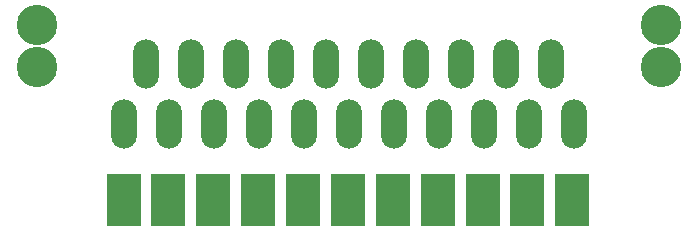
<source format=gbs>
G04 #@! TF.GenerationSoftware,KiCad,Pcbnew,(5.1.0)-1*
G04 #@! TF.CreationDate,2019-07-11T18:39:26-04:00*
G04 #@! TF.ProjectId,EUROSCART_2_JP21,4555524f-5343-4415-9254-5f325f4a5032,rev?*
G04 #@! TF.SameCoordinates,Original*
G04 #@! TF.FileFunction,Soldermask,Bot*
G04 #@! TF.FilePolarity,Negative*
%FSLAX46Y46*%
G04 Gerber Fmt 4.6, Leading zero omitted, Abs format (unit mm)*
G04 Created by KiCad (PCBNEW (5.1.0)-1) date 2019-07-11 18:39:26*
%MOMM*%
%LPD*%
G04 APERTURE LIST*
%ADD10R,2.900000X4.400000*%
%ADD11O,2.184400X4.165600*%
%ADD12C,3.422600*%
G04 APERTURE END LIST*
D10*
X114725000Y-91840501D03*
X118525000Y-91840501D03*
X122325000Y-91840501D03*
X126125000Y-91840501D03*
X129925000Y-91840501D03*
X133725000Y-91840501D03*
X137525000Y-91840501D03*
X141325000Y-91840501D03*
X145125000Y-91840501D03*
X148925000Y-91840501D03*
X152725000Y-91840501D03*
D11*
X114750000Y-85480000D03*
X116655000Y-80400000D03*
X118560000Y-85480000D03*
X120465000Y-80400000D03*
X122370000Y-85480000D03*
X124275000Y-80400000D03*
X126180000Y-85480000D03*
X128085000Y-80400000D03*
X129990000Y-85480000D03*
X131895000Y-80400000D03*
X133800000Y-85480000D03*
X135705000Y-80400000D03*
X137610000Y-85480000D03*
X139515000Y-80400000D03*
X141420000Y-85480000D03*
X143325000Y-80400000D03*
X145230000Y-85480000D03*
X147135000Y-80400000D03*
X149040000Y-85480000D03*
X150945000Y-80400000D03*
X152850000Y-85480000D03*
D12*
X107384000Y-80654000D03*
X107384000Y-77098000D03*
X160216000Y-80654000D03*
X160216000Y-77098000D03*
M02*

</source>
